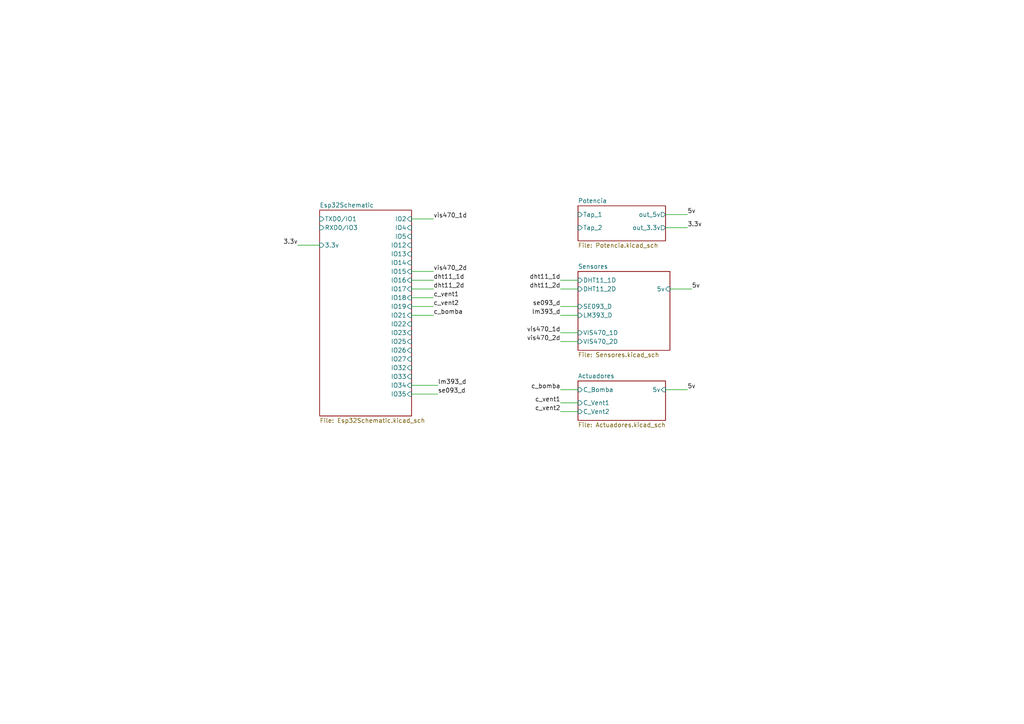
<source format=kicad_sch>
(kicad_sch (version 20211123) (generator eeschema)
  (paper "A4")
  (lib_symbols)
  (wire (pts (xy 162.56 91.44) (xy 167.64 91.44)))
  (wire (pts (xy 162.56 116.84) (xy 167.64 116.84)))
  (wire (pts (xy 119.38 114.3) (xy 127 114.3)))
  (wire (pts (xy 119.38 88.9) (xy 125.73 88.9)))
  (wire (pts (xy 162.56 81.28) (xy 167.64 81.28)))
  (wire (pts (xy 119.38 83.82) (xy 125.73 83.82)))
  (wire (pts (xy 119.38 86.36) (xy 125.73 86.36)))
  (wire (pts (xy 119.38 63.5) (xy 125.73 63.5)))
  (wire (pts (xy 162.56 119.38) (xy 167.64 119.38)))
  (wire (pts (xy 119.38 91.44) (xy 125.73 91.44)))
  (wire (pts (xy 194.31 83.82) (xy 200.66 83.82)))
  (wire (pts (xy 119.38 81.28) (xy 125.73 81.28)))
  (wire (pts (xy 119.38 111.76) (xy 127 111.76)))
  (wire (pts (xy 162.56 83.82) (xy 167.64 83.82)))
  (wire (pts (xy 193.04 62.23) (xy 199.39 62.23)))
  (wire (pts (xy 193.04 113.03) (xy 199.39 113.03)))
  (wire (pts (xy 193.04 66.04) (xy 199.39 66.04)))
  (wire (pts (xy 162.56 96.52) (xy 167.64 96.52)))
  (wire (pts (xy 162.56 99.06) (xy 167.64 99.06)))
  (wire (pts (xy 162.56 88.9) (xy 167.64 88.9)))
  (wire (pts (xy 86.36 71.12) (xy 92.71 71.12)))
  (wire (pts (xy 119.38 78.74) (xy 125.73 78.74)))
  (wire (pts (xy 162.56 113.03) (xy 167.64 113.03)))
  (label "c_vent1" (at 162.56 116.84 180))
  (label "5v" (at 199.39 62.23 0))
  (label "vis470_1d" (at 125.73 63.5 0))
  (label "3.3v" (at 86.36 71.12 180))
  (label "5v" (at 200.66 83.82 0))
  (label "vis470_1d" (at 162.56 96.52 180))
  (label "vis470_2d" (at 125.73 78.74 0))
  (label "c_bomba" (at 162.56 113.03 180))
  (label "se093_d" (at 127 114.3 0))
  (label "lm393_d" (at 127 111.76 0))
  (label "5v" (at 199.39 113.03 0))
  (label "dht11_1d" (at 162.56 81.28 180))
  (label "dht11_2d" (at 162.56 83.82 180))
  (label "lm393_d" (at 162.56 91.44 180))
  (label "c_vent2" (at 125.73 88.9 0))
  (label "3.3v" (at 199.39 66.04 0))
  (label "c_bomba" (at 125.73 91.44 0))
  (label "c_vent1" (at 125.73 86.36 0))
  (label "dht11_1d" (at 125.73 81.28 0))
  (label "vis470_2d" (at 162.56 99.06 180))
  (label "se093_d" (at 162.56 88.9 180))
  (label "c_vent2" (at 162.56 119.38 180))
  (label "dht11_2d" (at 125.73 83.82 0))
  (sheet (at 92.71 60.96) (size 26.67 59.69) (stroke (width 0.1524))
    (property "Sheet name" "Esp32Schematic" (at 92.71 60.2484 0) (effects (justify left bottom)))
    (property "Sheet file" "Esp32Schematic.kicad_sch" (at 92.71 121.2346 0) (effects (justify left top)))
    (pin "TXD0{slash}IO1" input (at 92.71 63.5 180))
    (pin "IO35" input (at 119.38 114.3 0))
    (pin "IO34" input (at 119.38 111.76 0))
    (pin "IO2" input (at 119.38 63.5 0))
    (pin "IO4" input (at 119.38 66.04 0))
    (pin "RXD0{slash}IO3" input (at 92.71 66.04 180))
    (pin "IO5" input (at 119.38 68.58 0))
    (pin "IO12" input (at 119.38 71.12 0))
    (pin "IO13" input (at 119.38 73.66 0))
    (pin "IO14" input (at 119.38 76.2 0))
    (pin "IO15" input (at 119.38 78.74 0))
    (pin "IO16" input (at 119.38 81.28 0))
    (pin "IO17" input (at 119.38 83.82 0))
    (pin "IO18" input (at 119.38 86.36 0))
    (pin "IO19" input (at 119.38 88.9 0))
    (pin "IO21" input (at 119.38 91.44 0))
    (pin "IO22" input (at 119.38 93.98 0))
    (pin "IO23" input (at 119.38 96.52 0))
    (pin "IO25" input (at 119.38 99.06 0))
    (pin "IO26" input (at 119.38 101.6 0))
    (pin "IO27" input (at 119.38 104.14 0))
    (pin "IO32" input (at 119.38 106.68 0))
    (pin "IO33" input (at 119.38 109.22 0))
    (pin "3.3v" input (at 92.71 71.12 180))
  )
  (sheet (at 167.64 59.69) (size 25.4 10.16) (stroke (width 0.1524))
    (property "Sheet name" "Potencia" (at 167.64 58.9784 0) (effects (justify left bottom)))
    (property "Sheet file" "Potencia.kicad_sch" (at 167.64 70.4346 0) (effects (justify left top)))
    (pin "Tap_1" input (at 167.64 62.23 180))
    (pin "Tap_2" input (at 167.64 66.04 180))
    (pin "out_5v" output (at 193.04 62.23 0))
    (pin "out_3.3v" output (at 193.04 66.04 0))
  )
  (sheet (at 167.64 78.74) (size 26.67 22.86) (stroke (width 0.1524))
    (property "Sheet name" "Sensores" (at 167.64 78.0284 0) (effects (justify left bottom)))
    (property "Sheet file" "Sensores.kicad_sch" (at 167.64 102.1846 0) (effects (justify left top)))
    (pin "DHT11_2D" input (at 167.64 83.82 180))
    (pin "DHT11_1D" input (at 167.64 81.28 180))
    (pin "SE093_D" input (at 167.64 88.9 180))
    (pin "LM393_D" input (at 167.64 91.44 180))
    (pin "VIS470_2D" input (at 167.64 99.06 180))
    (pin "VIS470_1D" input (at 167.64 96.52 180))
    (pin "5v" input (at 194.31 83.82 0))
  )
  (sheet (at 167.64 110.49) (size 25.4 11.43) (stroke (width 0.1524))
    (property "Sheet name" "Actuadores" (at 167.64 109.7784 0) (effects (justify left bottom)))
    (property "Sheet file" "Actuadores.kicad_sch" (at 167.64 122.5046 0) (effects (justify left top)))
    (pin "C_Bomba" input (at 167.64 113.03 180))
    (pin "C_Vent1" input (at 167.64 116.84 180))
    (pin "C_Vent2" input (at 167.64 119.38 180))
    (pin "5v" input (at 193.04 113.03 0))
  )
)
</source>
